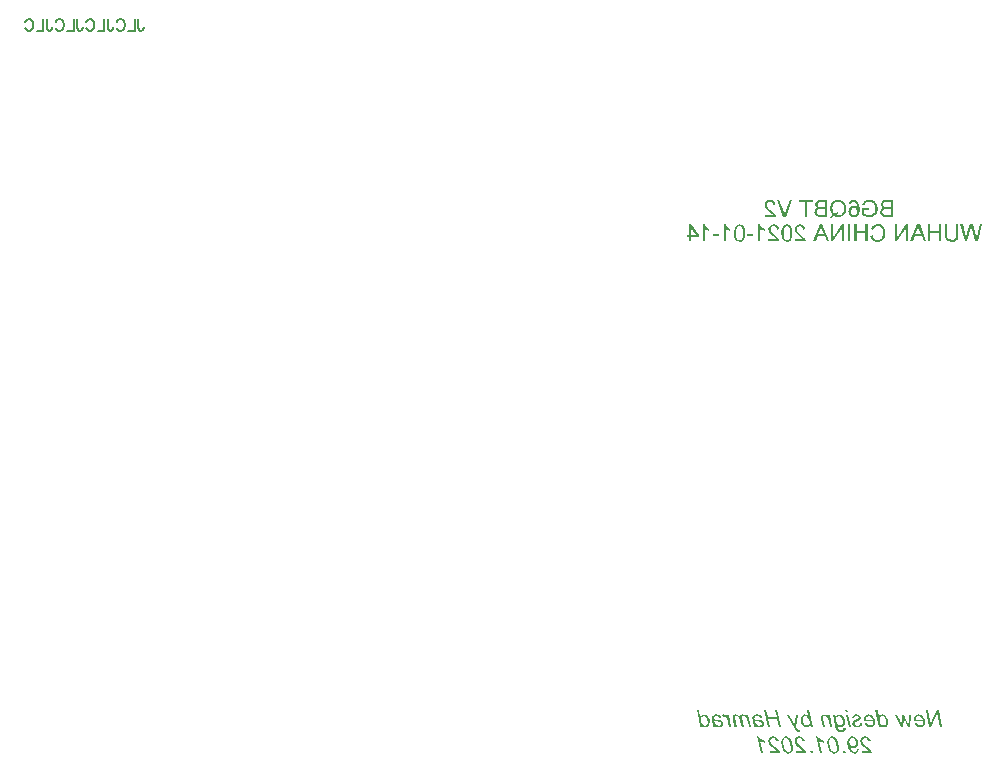
<source format=gbo>
G04 Layer: BottomSilkLayer*
G04 EasyEDA v6.4.17, 2021-03-24T19:41:23+03:00*
G04 2c49bd5f4e4e4d2885fbfcddc53ef99b,9cdda048f1864c1181896bc4b360679f,10*
G04 Gerber Generator version 0.2*
G04 Scale: 100 percent, Rotated: No, Reflected: No *
G04 Dimensions in millimeters *
G04 leading zeros omitted , absolute positions ,4 integer and 5 decimal *
%FSLAX45Y45*%
%MOMM*%

%ADD26C,0.2032*%

%LPD*%
G36*
X21907500Y11259566D02*
G01*
X21897848Y11258956D01*
X21888704Y11257229D01*
X21880068Y11254282D01*
X21871940Y11250168D01*
X21857868Y11238941D01*
X21847556Y11224006D01*
X21843898Y11215217D01*
X21841256Y11205921D01*
X21839682Y11196066D01*
X21839174Y11185652D01*
X21858732Y11185652D01*
X21860205Y11201908D01*
X21864574Y11216132D01*
X21871990Y11227612D01*
X21882100Y11236198D01*
X21894038Y11241532D01*
X21907500Y11243310D01*
X21917609Y11242395D01*
X21926804Y11239703D01*
X21935135Y11235182D01*
X21942552Y11228832D01*
X21948648Y11220704D01*
X21953016Y11210798D01*
X21955658Y11199114D01*
X21956522Y11185652D01*
X21955658Y11172494D01*
X21953118Y11160963D01*
X21948800Y11151006D01*
X21942806Y11142726D01*
X21935440Y11136172D01*
X21927108Y11131499D01*
X21917812Y11128654D01*
X21907500Y11127740D01*
X21902521Y11127994D01*
X21897644Y11128705D01*
X21892971Y11129873D01*
X21888450Y11131550D01*
X21892971Y11134242D01*
X21897594Y11136528D01*
X21902369Y11138306D01*
X21907246Y11139678D01*
X21902420Y11153648D01*
X21887535Y11147806D01*
X21875496Y11139932D01*
X21868180Y11148517D01*
X21862948Y11158982D01*
X21859798Y11171377D01*
X21858732Y11185652D01*
X21839174Y11185652D01*
X21840494Y11168837D01*
X21844508Y11153902D01*
X21851366Y11140643D01*
X21860764Y11129264D01*
X21848114Y11121390D01*
X21836634Y11116056D01*
X21841968Y11102848D01*
X21857462Y11110010D01*
X21872956Y11120374D01*
X21889618Y11113719D01*
X21908008Y11111484D01*
X21926499Y11113820D01*
X21943314Y11120882D01*
X21957284Y11132210D01*
X21967698Y11147298D01*
X21971355Y11156086D01*
X21973997Y11165382D01*
X21975572Y11175238D01*
X21976080Y11185652D01*
X21975572Y11195964D01*
X21973997Y11205819D01*
X21971355Y11215268D01*
X21967698Y11224260D01*
X21957233Y11239500D01*
X21943060Y11250676D01*
X21926296Y11257330D01*
G37*
G36*
X22169120Y11259566D02*
G01*
X22154388Y11258296D01*
X22141180Y11254486D01*
X22135287Y11251692D01*
X22130004Y11248440D01*
X22125381Y11244732D01*
X22121368Y11240516D01*
X22115170Y11230254D01*
X22110700Y11217148D01*
X22127718Y11212322D01*
X22129445Y11217503D01*
X22131426Y11222126D01*
X22133509Y11226139D01*
X22135846Y11229594D01*
X22138386Y11232591D01*
X22141484Y11235232D01*
X22145142Y11237569D01*
X22149308Y11239500D01*
X22153880Y11241176D01*
X22158706Y11242344D01*
X22163786Y11243056D01*
X22169120Y11243310D01*
X22175368Y11243056D01*
X22181210Y11242344D01*
X22186544Y11241176D01*
X22191472Y11239500D01*
X22196044Y11237315D01*
X22200158Y11234877D01*
X22203816Y11232134D01*
X22206966Y11229086D01*
X22209709Y11225733D01*
X22212096Y11222228D01*
X22214179Y11218621D01*
X22215856Y11214862D01*
X22220072Y11201095D01*
X22221444Y11186160D01*
X22219818Y11168430D01*
X22214840Y11153902D01*
X22206712Y11142776D01*
X22195536Y11134852D01*
X22182632Y11130076D01*
X22168866Y11128502D01*
X22162668Y11128806D01*
X22156623Y11129721D01*
X22150628Y11131194D01*
X22144736Y11133328D01*
X22139249Y11135766D01*
X22134474Y11138306D01*
X22130359Y11140846D01*
X22126956Y11143488D01*
X22126956Y11170158D01*
X22169120Y11170158D01*
X22169120Y11186922D01*
X22108414Y11186922D01*
X22108414Y11133836D01*
X22122638Y11124082D01*
X22137370Y11117072D01*
X22152356Y11112906D01*
X22167850Y11111484D01*
X22178162Y11112042D01*
X22187966Y11113770D01*
X22197314Y11116614D01*
X22206204Y11120628D01*
X22214230Y11125606D01*
X22221190Y11131600D01*
X22227184Y11138662D01*
X22232112Y11146790D01*
X22236023Y11155578D01*
X22238766Y11164824D01*
X22240443Y11174628D01*
X22241002Y11184890D01*
X22240443Y11195151D01*
X22238766Y11205108D01*
X22236023Y11214709D01*
X22232112Y11224006D01*
X22227286Y11232438D01*
X22221494Y11239703D01*
X22214738Y11245748D01*
X22206966Y11250676D01*
X22198482Y11254587D01*
X22189389Y11257330D01*
X22179584Y11259007D01*
G37*
G36*
X21328888Y11257788D02*
G01*
X21310396Y11254943D01*
X21296122Y11246358D01*
X21287181Y11233556D01*
X21284184Y11217910D01*
X21284387Y11213642D01*
X21285098Y11209426D01*
X21286165Y11205260D01*
X21287740Y11201146D01*
X21289822Y11196929D01*
X21292464Y11192560D01*
X21295664Y11188141D01*
X21299424Y11183620D01*
X21310193Y11172748D01*
X21326348Y11158474D01*
X21339454Y11147247D01*
X21346668Y11140440D01*
X21350884Y11135614D01*
X21354288Y11130788D01*
X21283930Y11130788D01*
X21283930Y11114024D01*
X21378672Y11114024D01*
X21378621Y11117173D01*
X21378316Y11120272D01*
X21377605Y11123269D01*
X21376640Y11126216D01*
X21374506Y11131042D01*
X21371814Y11135817D01*
X21368664Y11140541D01*
X21364956Y11145266D01*
X21355304Y11155375D01*
X21331326Y11176000D01*
X21322487Y11184128D01*
X21315476Y11191240D01*
X21310346Y11197336D01*
X21306790Y11202822D01*
X21304250Y11208207D01*
X21302726Y11213388D01*
X21302218Y11218418D01*
X21302675Y11223396D01*
X21304097Y11228019D01*
X21306485Y11232184D01*
X21309838Y11235944D01*
X21313800Y11239042D01*
X21318372Y11241278D01*
X21323452Y11242598D01*
X21329142Y11243056D01*
X21335187Y11242598D01*
X21340572Y11241176D01*
X21345347Y11238788D01*
X21349462Y11235436D01*
X21352814Y11231372D01*
X21355253Y11226495D01*
X21356726Y11220805D01*
X21357336Y11214354D01*
X21375370Y11216386D01*
X21370848Y11234115D01*
X21361400Y11247120D01*
X21347176Y11255146D01*
G37*
G36*
X22037040Y11257788D02*
G01*
X22021749Y11255400D01*
X22009354Y11248136D01*
X22000768Y11236909D01*
X21996400Y11221974D01*
X22013926Y11220704D01*
X22015196Y11225530D01*
X22016720Y11229644D01*
X22018498Y11233048D01*
X22020530Y11235690D01*
X22024289Y11239042D01*
X22028454Y11241430D01*
X22033077Y11242852D01*
X22038056Y11243310D01*
X22042221Y11243005D01*
X22046133Y11242090D01*
X22049740Y11240617D01*
X22053042Y11238484D01*
X22056902Y11235182D01*
X22060357Y11231168D01*
X22063354Y11226444D01*
X22065996Y11220958D01*
X22069704Y11206784D01*
X22071076Y11187684D01*
X22067723Y11192306D01*
X22064014Y11196269D01*
X22060001Y11199520D01*
X22055582Y11202162D01*
X22050857Y11204143D01*
X22046082Y11205565D01*
X22041205Y11206429D01*
X22036278Y11206734D01*
X22020022Y11203584D01*
X22006306Y11194034D01*
X22000870Y11187074D01*
X21996958Y11179200D01*
X21994622Y11170310D01*
X21993860Y11160506D01*
X21993975Y11159490D01*
X22011894Y11159490D01*
X22013875Y11172698D01*
X22019768Y11182858D01*
X22023984Y11186515D01*
X22028708Y11189157D01*
X22033992Y11190732D01*
X22039834Y11191240D01*
X22045574Y11190732D01*
X22050806Y11189157D01*
X22055582Y11186515D01*
X22059900Y11182858D01*
X22066199Y11172901D01*
X22068282Y11160252D01*
X22068028Y11155832D01*
X22067316Y11151514D01*
X22066148Y11147196D01*
X22064472Y11142980D01*
X22062338Y11139068D01*
X22059849Y11135614D01*
X22056902Y11132667D01*
X22053550Y11130280D01*
X22050095Y11128400D01*
X22046488Y11127028D01*
X22042831Y11126216D01*
X22039072Y11125962D01*
X22033687Y11126520D01*
X22028708Y11128197D01*
X22024187Y11130940D01*
X22020022Y11134852D01*
X22013926Y11145570D01*
X22011894Y11159490D01*
X21993975Y11159490D01*
X21995333Y11147501D01*
X21999702Y11135360D01*
X22002902Y11129975D01*
X22006610Y11125200D01*
X22010878Y11121085D01*
X22015704Y11117580D01*
X22020936Y11114887D01*
X22026575Y11113008D01*
X22032518Y11111839D01*
X22038818Y11111484D01*
X22049232Y11112500D01*
X22058680Y11115548D01*
X22067164Y11120628D01*
X22074632Y11127740D01*
X22080626Y11137087D01*
X22084944Y11149076D01*
X22087484Y11163757D01*
X22088348Y11181080D01*
X22087941Y11194237D01*
X22086671Y11206175D01*
X22084538Y11216843D01*
X22081591Y11226241D01*
X22077781Y11234369D01*
X22073108Y11241278D01*
X22065792Y11248491D01*
X22057360Y11253673D01*
X22047758Y11256772D01*
G37*
G36*
X21386292Y11257026D02*
G01*
X21442172Y11114024D01*
X21461730Y11114024D01*
X21517102Y11257026D01*
X21496782Y11257026D01*
X21457259Y11146993D01*
X21451824Y11129772D01*
X21448268Y11141456D01*
X21444204Y11153140D01*
X21405596Y11257026D01*
G37*
G36*
X21577554Y11257026D02*
G01*
X21577554Y11240262D01*
X21625052Y11240262D01*
X21625052Y11114024D01*
X21643848Y11114024D01*
X21643848Y11240262D01*
X21691092Y11240262D01*
X21691092Y11257026D01*
G37*
G36*
X21760942Y11257026D02*
G01*
X21746108Y11255959D01*
X21734526Y11252708D01*
X21729852Y11250269D01*
X21725686Y11247272D01*
X21722080Y11243665D01*
X21719032Y11239500D01*
X21716593Y11234877D01*
X21714866Y11230152D01*
X21713799Y11225377D01*
X21713444Y11220450D01*
X21713598Y11218164D01*
X21731986Y11218164D01*
X21732189Y11221720D01*
X21732900Y11225022D01*
X21733967Y11228070D01*
X21735542Y11230864D01*
X21737370Y11233302D01*
X21739606Y11235385D01*
X21742196Y11237010D01*
X21745194Y11238230D01*
X21748953Y11239093D01*
X21753830Y11239754D01*
X21759875Y11240160D01*
X21795486Y11240262D01*
X21795486Y11197082D01*
X21758859Y11197183D01*
X21749715Y11197945D01*
X21746464Y11198606D01*
X21743111Y11199926D01*
X21740266Y11201552D01*
X21737777Y11203482D01*
X21735796Y11205718D01*
X21734119Y11208410D01*
X21732951Y11211356D01*
X21732240Y11214608D01*
X21731986Y11218164D01*
X21713598Y11218164D01*
X21713748Y11215928D01*
X21714663Y11211560D01*
X21716136Y11207292D01*
X21718270Y11203178D01*
X21721114Y11199317D01*
X21724620Y11195862D01*
X21728734Y11192865D01*
X21733510Y11190224D01*
X21727312Y11187988D01*
X21721876Y11185093D01*
X21717254Y11181486D01*
X21713444Y11177270D01*
X21710345Y11172393D01*
X21708110Y11167110D01*
X21706789Y11161471D01*
X21706332Y11155426D01*
X21726144Y11155426D01*
X21726398Y11159337D01*
X21727160Y11162995D01*
X21728430Y11166348D01*
X21730208Y11169396D01*
X21732443Y11172088D01*
X21735084Y11174425D01*
X21738183Y11176304D01*
X21741638Y11177778D01*
X21745600Y11178794D01*
X21750426Y11179505D01*
X21756014Y11179911D01*
X21762466Y11180064D01*
X21795486Y11180064D01*
X21795486Y11130788D01*
X21755709Y11130838D01*
X21749207Y11131194D01*
X21743924Y11132261D01*
X21741079Y11133124D01*
X21736050Y11135360D01*
X21733967Y11136934D01*
X21732138Y11138814D01*
X21730411Y11140998D01*
X21728938Y11143488D01*
X21727718Y11146129D01*
X21726855Y11149025D01*
X21726296Y11152124D01*
X21726144Y11155426D01*
X21706332Y11155426D01*
X21706586Y11150549D01*
X21707398Y11145824D01*
X21708770Y11141303D01*
X21710650Y11136884D01*
X21712936Y11132820D01*
X21715425Y11129213D01*
X21718117Y11126063D01*
X21721064Y11123422D01*
X21724416Y11121237D01*
X21728176Y11119358D01*
X21732290Y11117732D01*
X21736812Y11116310D01*
X21741790Y11115294D01*
X21747276Y11114582D01*
X21753322Y11114176D01*
X21759926Y11114024D01*
X21814536Y11114024D01*
X21814536Y11257026D01*
G37*
G36*
X22316694Y11257026D02*
G01*
X22301860Y11255959D01*
X22290278Y11252708D01*
X22285604Y11250269D01*
X22281438Y11247272D01*
X22277832Y11243665D01*
X22274784Y11239500D01*
X22272345Y11234877D01*
X22270618Y11230152D01*
X22269551Y11225377D01*
X22269196Y11220450D01*
X22269350Y11218164D01*
X22287738Y11218164D01*
X22287941Y11221720D01*
X22288652Y11225022D01*
X22289719Y11228070D01*
X22291294Y11230864D01*
X22293122Y11233302D01*
X22295358Y11235385D01*
X22297948Y11237010D01*
X22300946Y11238230D01*
X22304705Y11239093D01*
X22309582Y11239754D01*
X22315627Y11240160D01*
X22351238Y11240262D01*
X22351238Y11197082D01*
X22314611Y11197183D01*
X22305467Y11197945D01*
X22302216Y11198606D01*
X22298863Y11199926D01*
X22296018Y11201552D01*
X22293529Y11203482D01*
X22291548Y11205718D01*
X22289871Y11208410D01*
X22288703Y11211356D01*
X22287992Y11214608D01*
X22287738Y11218164D01*
X22269350Y11218164D01*
X22269500Y11215928D01*
X22270415Y11211560D01*
X22271888Y11207292D01*
X22274022Y11203178D01*
X22276866Y11199317D01*
X22280372Y11195862D01*
X22284486Y11192865D01*
X22289262Y11190224D01*
X22283064Y11187988D01*
X22277628Y11185093D01*
X22273006Y11181486D01*
X22269196Y11177270D01*
X22266097Y11172393D01*
X22263862Y11167110D01*
X22262541Y11161471D01*
X22262084Y11155426D01*
X22281896Y11155426D01*
X22282150Y11159337D01*
X22282912Y11162995D01*
X22284182Y11166348D01*
X22285960Y11169396D01*
X22288195Y11172088D01*
X22290836Y11174425D01*
X22293935Y11176304D01*
X22297390Y11177778D01*
X22301352Y11178794D01*
X22306178Y11179505D01*
X22311766Y11179911D01*
X22318218Y11180064D01*
X22351238Y11180064D01*
X22351238Y11130788D01*
X22311461Y11130838D01*
X22304959Y11131194D01*
X22299676Y11132261D01*
X22296831Y11133124D01*
X22291802Y11135360D01*
X22289719Y11136934D01*
X22287890Y11138814D01*
X22286163Y11140998D01*
X22284690Y11143488D01*
X22283470Y11146129D01*
X22282607Y11149025D01*
X22282048Y11152124D01*
X22281896Y11155426D01*
X22262084Y11155426D01*
X22262338Y11150549D01*
X22263150Y11145824D01*
X22264522Y11141303D01*
X22266402Y11136884D01*
X22268688Y11132820D01*
X22271228Y11129213D01*
X22274022Y11126063D01*
X22277070Y11123422D01*
X22280321Y11121237D01*
X22283978Y11119358D01*
X22288093Y11117732D01*
X22292564Y11116310D01*
X22297542Y11115294D01*
X22303028Y11114582D01*
X22309074Y11114176D01*
X22315678Y11114024D01*
X22370288Y11114024D01*
X22370288Y11257026D01*
G37*
G36*
X22239478Y11051540D02*
G01*
X22229114Y11050879D01*
X22219615Y11048796D01*
X22210928Y11045393D01*
X22203156Y11040618D01*
X22196450Y11034623D01*
X22190862Y11027460D01*
X22186290Y11019231D01*
X22182836Y11009884D01*
X22201378Y11005566D01*
X22207524Y11018977D01*
X22215856Y11028172D01*
X22226625Y11033506D01*
X22239732Y11035284D01*
X22254921Y11033302D01*
X22267418Y11027410D01*
X22276765Y11018215D01*
X22282912Y11006328D01*
X22286366Y10992662D01*
X22287484Y10978642D01*
X22286163Y10961573D01*
X22282150Y10946892D01*
X22275342Y10934954D01*
X22265640Y10926572D01*
X22253854Y10921441D01*
X22241256Y10919714D01*
X22226524Y10922000D01*
X22214332Y10928858D01*
X22204984Y10940288D01*
X22199346Y10956290D01*
X22180296Y10951464D01*
X22183953Y10940491D01*
X22188728Y10930890D01*
X22194723Y10922711D01*
X22201886Y10915904D01*
X22210064Y10910468D01*
X22219107Y10906556D01*
X22228962Y10904220D01*
X22239732Y10903458D01*
X22250755Y10904067D01*
X22260712Y10905794D01*
X22269551Y10908741D01*
X22277324Y10912856D01*
X22290074Y10924540D01*
X22299422Y10940288D01*
X22302774Y10949330D01*
X22305162Y10958779D01*
X22306584Y10968532D01*
X22307042Y10978642D01*
X22306483Y10989462D01*
X22304908Y10999622D01*
X22302165Y11009020D01*
X22298406Y11017758D01*
X22287992Y11032286D01*
X22274022Y11042904D01*
X22257512Y11049406D01*
G37*
G36*
X20763992Y11049762D02*
G01*
X20763992Y10905998D01*
X20781518Y10905998D01*
X20781518Y11018012D01*
X20784972Y11014964D01*
X20788884Y11011916D01*
X20798282Y11005820D01*
X20807984Y11000486D01*
X20816824Y10996676D01*
X20816824Y11013694D01*
X20803006Y11021517D01*
X20790916Y11030712D01*
X20785836Y11035538D01*
X20781568Y11040313D01*
X20778114Y11045037D01*
X20775422Y11049762D01*
G37*
G36*
X20941792Y11049762D02*
G01*
X20941792Y10905998D01*
X20959318Y10905998D01*
X20959318Y11018012D01*
X20962772Y11014964D01*
X20966684Y11011916D01*
X20976082Y11005820D01*
X20985784Y11000486D01*
X20994624Y10996676D01*
X20994624Y11013694D01*
X20980806Y11021517D01*
X20968716Y11030712D01*
X20963636Y11035538D01*
X20959368Y11040313D01*
X20955914Y11045037D01*
X20953222Y11049762D01*
G37*
G36*
X21072602Y11049762D02*
G01*
X21067064Y11049457D01*
X21061781Y11048644D01*
X21056904Y11047171D01*
X21052282Y11045190D01*
X21048167Y11042548D01*
X21044408Y11039398D01*
X21041055Y11035792D01*
X21038058Y11031728D01*
X21035416Y11027156D01*
X21033028Y11022076D01*
X21030946Y11016488D01*
X21029168Y11010392D01*
X21026678Y10995710D01*
X21025866Y10976610D01*
X21043900Y10976610D01*
X21044408Y10992764D01*
X21045982Y11006023D01*
X21048624Y11016284D01*
X21052282Y11023600D01*
X21061476Y11032388D01*
X21072856Y11035284D01*
X21078545Y11034623D01*
X21083676Y11032693D01*
X21088197Y11029442D01*
X21092160Y11024870D01*
X21096173Y11016996D01*
X21099018Y11006328D01*
X21100745Y10992866D01*
X21101304Y10976610D01*
X21100796Y10960455D01*
X21099221Y10947196D01*
X21096579Y10936935D01*
X21092922Y10929620D01*
X21083778Y10920882D01*
X21072602Y10917936D01*
X21061426Y10920882D01*
X21052282Y10929620D01*
X21048624Y10936935D01*
X21045982Y10947196D01*
X21044408Y10960455D01*
X21043900Y10976610D01*
X21025866Y10976610D01*
X21026221Y10964621D01*
X21027186Y10953902D01*
X21028863Y10944301D01*
X21031200Y10935970D01*
X21037550Y10922254D01*
X21046440Y10912094D01*
X21058174Y10905642D01*
X21072602Y10903458D01*
X21082355Y10904372D01*
X21091042Y10907217D01*
X21098611Y10911890D01*
X21105114Y10918444D01*
X21111311Y10928756D01*
X21115782Y10941862D01*
X21118474Y10957814D01*
X21119338Y10976610D01*
X21118982Y10988700D01*
X21118017Y10999520D01*
X21116340Y11009122D01*
X21114004Y11017504D01*
X21107603Y11031220D01*
X21098510Y11041380D01*
X21086826Y11047679D01*
G37*
G36*
X21230844Y11049762D02*
G01*
X21230844Y10905998D01*
X21248370Y10905998D01*
X21248370Y11018012D01*
X21251824Y11014964D01*
X21255736Y11011916D01*
X21265134Y11005820D01*
X21274836Y11000486D01*
X21283676Y10996676D01*
X21283676Y11013694D01*
X21269858Y11021517D01*
X21257768Y11030712D01*
X21252688Y11035538D01*
X21248420Y11040313D01*
X21244966Y11045037D01*
X21242274Y11049762D01*
G37*
G36*
X21360892Y11049762D02*
G01*
X21342299Y11046917D01*
X21328126Y11038332D01*
X21319185Y11025530D01*
X21316188Y11009884D01*
X21316391Y11005718D01*
X21317102Y11001502D01*
X21318169Y10997336D01*
X21319744Y10993120D01*
X21321725Y10988903D01*
X21324316Y10984534D01*
X21327567Y10980115D01*
X21331428Y10975594D01*
X21342248Y10964722D01*
X21358352Y10950448D01*
X21371458Y10939322D01*
X21378672Y10932414D01*
X21382786Y10927588D01*
X21386038Y10922762D01*
X21315934Y10922762D01*
X21315934Y10905998D01*
X21410676Y10905998D01*
X21410574Y10909147D01*
X21409558Y10915243D01*
X21408644Y10918190D01*
X21406510Y10923016D01*
X21403818Y10927791D01*
X21400668Y10932515D01*
X21396960Y10937240D01*
X21387257Y10947349D01*
X21363228Y10967974D01*
X21354440Y10976102D01*
X21347480Y10983214D01*
X21342350Y10989310D01*
X21338794Y10994796D01*
X21336254Y11000181D01*
X21334730Y11005362D01*
X21334222Y11010392D01*
X21334679Y11015370D01*
X21336050Y11019993D01*
X21338387Y11024158D01*
X21341588Y11027918D01*
X21345652Y11031118D01*
X21350274Y11033455D01*
X21355456Y11034826D01*
X21361146Y11035284D01*
X21367191Y11034826D01*
X21372576Y11033404D01*
X21377351Y11031016D01*
X21381466Y11027664D01*
X21384818Y11023498D01*
X21387206Y11018570D01*
X21388628Y11012932D01*
X21389086Y11006582D01*
X21407374Y11008360D01*
X21402852Y11026089D01*
X21393404Y11039094D01*
X21379180Y11047120D01*
G37*
G36*
X21472906Y11049762D02*
G01*
X21467368Y11049457D01*
X21462136Y11048644D01*
X21457208Y11047171D01*
X21452586Y11045190D01*
X21448471Y11042548D01*
X21444712Y11039398D01*
X21441359Y11035792D01*
X21438362Y11031728D01*
X21435618Y11027156D01*
X21433231Y11022076D01*
X21431148Y11016488D01*
X21429472Y11010392D01*
X21426982Y10995710D01*
X21426170Y10976610D01*
X21444204Y10976610D01*
X21444712Y10992764D01*
X21446286Y11006023D01*
X21448928Y11016284D01*
X21452586Y11023600D01*
X21461780Y11032388D01*
X21473160Y11035284D01*
X21478849Y11034623D01*
X21483929Y11032693D01*
X21488501Y11029442D01*
X21492464Y11024870D01*
X21496477Y11016996D01*
X21499322Y11006328D01*
X21501049Y10992866D01*
X21501608Y10976610D01*
X21501100Y10960455D01*
X21499525Y10947196D01*
X21496883Y10936935D01*
X21493226Y10929620D01*
X21484082Y10920882D01*
X21472906Y10917936D01*
X21461730Y10920882D01*
X21452586Y10929620D01*
X21448928Y10936935D01*
X21446286Y10947196D01*
X21444712Y10960455D01*
X21444204Y10976610D01*
X21426170Y10976610D01*
X21426474Y10964621D01*
X21427440Y10953902D01*
X21429014Y10944301D01*
X21431250Y10935970D01*
X21437803Y10922254D01*
X21446744Y10912094D01*
X21458478Y10905642D01*
X21472906Y10903458D01*
X21482659Y10904372D01*
X21491346Y10907217D01*
X21498915Y10911890D01*
X21505418Y10918444D01*
X21511666Y10928756D01*
X21516086Y10941862D01*
X21518727Y10957814D01*
X21519642Y10976610D01*
X21519286Y10988700D01*
X21518321Y10999520D01*
X21516644Y11009122D01*
X21514308Y11017504D01*
X21507907Y11031220D01*
X21498814Y11041380D01*
X21487130Y11047679D01*
G37*
G36*
X21583142Y11049762D02*
G01*
X21564701Y11046917D01*
X21550630Y11038332D01*
X21541689Y11025530D01*
X21538692Y11009884D01*
X21538895Y11005718D01*
X21539504Y11001502D01*
X21540571Y10997336D01*
X21541994Y10993120D01*
X21544076Y10988903D01*
X21546718Y10984534D01*
X21549918Y10980115D01*
X21553678Y10975594D01*
X21564650Y10964722D01*
X21593810Y10939322D01*
X21601176Y10932414D01*
X21605290Y10927588D01*
X21608542Y10922762D01*
X21538438Y10922762D01*
X21538438Y10905998D01*
X21632926Y10905998D01*
X21632875Y10909147D01*
X21632570Y10912246D01*
X21631859Y10915243D01*
X21630894Y10918190D01*
X21628862Y10923016D01*
X21626271Y10927791D01*
X21623121Y10932515D01*
X21619464Y10937240D01*
X21609608Y10947349D01*
X21585631Y10967974D01*
X21576792Y10976102D01*
X21569883Y10983214D01*
X21564854Y10989310D01*
X21561298Y10994796D01*
X21558758Y11000181D01*
X21557234Y11005362D01*
X21556726Y11010392D01*
X21557183Y11015370D01*
X21558554Y11019993D01*
X21560891Y11024158D01*
X21564092Y11027918D01*
X21568156Y11031118D01*
X21572778Y11033455D01*
X21577960Y11034826D01*
X21583650Y11035284D01*
X21589695Y11034826D01*
X21595080Y11033404D01*
X21599855Y11031016D01*
X21603970Y11027664D01*
X21607322Y11023498D01*
X21609710Y11018570D01*
X21611132Y11012932D01*
X21611590Y11006582D01*
X21629624Y11008360D01*
X21625255Y11026089D01*
X21615654Y11039094D01*
X21601582Y11047120D01*
G37*
G36*
X20645120Y11049254D02*
G01*
X20645120Y11020806D01*
X20662646Y11020806D01*
X20707350Y10956290D01*
X20662646Y10956290D01*
X20662646Y11020806D01*
X20645120Y11020806D01*
X20645120Y10956290D01*
X20625816Y10956290D01*
X20625816Y10940288D01*
X20645120Y10940288D01*
X20645120Y10905998D01*
X20662646Y10905998D01*
X20662646Y10940288D01*
X20724622Y10940288D01*
X20724622Y10956290D01*
X20659344Y11049254D01*
G37*
G36*
X21753068Y11049254D02*
G01*
X21718425Y10964672D01*
X21738590Y10964672D01*
X21759316Y11020856D01*
X21763482Y11034014D01*
X21766834Y11020348D01*
X21771356Y11006836D01*
X21787104Y10964672D01*
X21718425Y10964672D01*
X21694394Y10905998D01*
X21715984Y10905998D01*
X21732748Y10949432D01*
X21792438Y10949432D01*
X21808186Y10905998D01*
X21828252Y10905998D01*
X21773388Y11049254D01*
G37*
G36*
X21844508Y11049254D02*
G01*
X21844508Y10905998D01*
X21863812Y10905998D01*
X21938996Y11018520D01*
X21938996Y10905998D01*
X21957284Y10905998D01*
X21957284Y11049254D01*
X21937726Y11049254D01*
X21862542Y10936732D01*
X21862542Y11049254D01*
G37*
G36*
X21990558Y11049254D02*
G01*
X21990558Y10905998D01*
X22009354Y10905998D01*
X22009354Y11049254D01*
G37*
G36*
X22044152Y11049254D02*
G01*
X22044152Y10905998D01*
X22063202Y10905998D01*
X22063202Y10973562D01*
X22137624Y10973562D01*
X22137624Y10905998D01*
X22156420Y10905998D01*
X22156420Y11049254D01*
X22137624Y11049254D01*
X22137624Y10990326D01*
X22063202Y10990326D01*
X22063202Y11049254D01*
G37*
G36*
X22388830Y11049254D02*
G01*
X22388830Y10905998D01*
X22408388Y10905998D01*
X22483572Y11018520D01*
X22483572Y10905998D01*
X22501606Y10905998D01*
X22501606Y11049254D01*
X22482302Y11049254D01*
X22407118Y10936732D01*
X22407118Y11049254D01*
G37*
G36*
X22575266Y11049254D02*
G01*
X22540623Y10964672D01*
X22560788Y10964672D01*
X22575774Y11004296D01*
X22581768Y11020856D01*
X22585934Y11034014D01*
X22589134Y11020348D01*
X22593554Y11006836D01*
X22609302Y10964672D01*
X22540623Y10964672D01*
X22516592Y10905998D01*
X22538182Y10905998D01*
X22554946Y10949432D01*
X22614890Y10949432D01*
X22630384Y10905998D01*
X22650704Y10905998D01*
X22595586Y11049254D01*
G37*
G36*
X22666452Y11049254D02*
G01*
X22666452Y10905998D01*
X22685502Y10905998D01*
X22685502Y10973562D01*
X22759670Y10973562D01*
X22759670Y10905998D01*
X22778720Y10905998D01*
X22778720Y11049254D01*
X22759670Y11049254D01*
X22759670Y10990326D01*
X22685502Y10990326D01*
X22685502Y11049254D01*
G37*
G36*
X22810978Y11049254D02*
G01*
X22810978Y10966450D01*
X22812197Y10947095D01*
X22815804Y10932160D01*
X22822611Y10920679D01*
X22833330Y10911586D01*
X22848062Y10905490D01*
X22866858Y10903458D01*
X22885095Y10905236D01*
X22899624Y10910570D01*
X22910647Y10919002D01*
X22917912Y10930636D01*
X22922077Y10946079D01*
X22923500Y10966450D01*
X22923500Y11049254D01*
X22904450Y11049254D01*
X22904450Y10966450D01*
X22903637Y10950346D01*
X22901148Y10939018D01*
X22899065Y10934852D01*
X22896372Y10931144D01*
X22893121Y10927994D01*
X22889210Y10925302D01*
X22884688Y10923320D01*
X22879710Y10921898D01*
X22874274Y10921034D01*
X22868382Y10920730D01*
X22850551Y10923066D01*
X22838664Y10930128D01*
X22834752Y10935919D01*
X22832009Y10943894D01*
X22830332Y10954105D01*
X22829774Y10966450D01*
X22829774Y11049254D01*
G37*
G36*
X22941534Y11049254D02*
G01*
X22980650Y10905998D01*
X22998938Y10905998D01*
X23033736Y11031982D01*
X23035768Y11022787D01*
X23037800Y11014964D01*
X23068280Y10905998D01*
X23087584Y10905998D01*
X23125430Y11049254D01*
X23106126Y11049254D01*
X23080980Y10940592D01*
X23078186Y10926064D01*
X23071836Y10952480D01*
X23044658Y11049254D01*
X23021798Y11049254D01*
X23001224Y10976610D01*
X22997668Y10963351D01*
X22994620Y10950498D01*
X22992080Y10938103D01*
X22990048Y10926064D01*
X22986898Y10940542D01*
X22960584Y11049254D01*
G37*
G36*
X20844764Y10966704D02*
G01*
X20844764Y10948924D01*
X20898866Y10948924D01*
X20898866Y10966704D01*
G37*
G36*
X21133816Y10966704D02*
G01*
X21133816Y10948924D01*
X21187918Y10948924D01*
X21187918Y10966704D01*
G37*
G36*
X20710906Y6938264D02*
G01*
X20727082Y6860286D01*
X20745704Y6860286D01*
X20746110Y6866178D01*
X20747278Y6871360D01*
X20749260Y6875830D01*
X20752054Y6879590D01*
X20755457Y6882587D01*
X20759318Y6884720D01*
X20763585Y6886041D01*
X20768310Y6886448D01*
X20771408Y6886295D01*
X20774355Y6885736D01*
X20777098Y6884873D01*
X20779740Y6883653D01*
X20782381Y6882028D01*
X20785023Y6879844D01*
X20787614Y6877202D01*
X20790154Y6874002D01*
X20792592Y6870344D01*
X20794878Y6866280D01*
X20796910Y6861708D01*
X20798790Y6856730D01*
X20800364Y6851700D01*
X20801431Y6846976D01*
X20802142Y6842556D01*
X20802346Y6838442D01*
X20802244Y6833260D01*
X20801838Y6828739D01*
X20801177Y6824776D01*
X20800314Y6821424D01*
X20798993Y6818375D01*
X20797316Y6815632D01*
X20795335Y6813194D01*
X20792948Y6811009D01*
X20790154Y6809130D01*
X20787156Y6807758D01*
X20783956Y6806946D01*
X20780502Y6806692D01*
X20769072Y6809892D01*
X20758658Y6819392D01*
X20752968Y6828129D01*
X20748955Y6837883D01*
X20746516Y6848602D01*
X20745704Y6860286D01*
X20727082Y6860286D01*
X20740624Y6795008D01*
X20757134Y6795008D01*
X20753832Y6809994D01*
X20761553Y6802424D01*
X20769376Y6797040D01*
X20777403Y6793788D01*
X20785582Y6792722D01*
X20799094Y6795465D01*
X20810220Y6803644D01*
X20817433Y6816852D01*
X20819872Y6835140D01*
X20817992Y6853326D01*
X20812252Y6869684D01*
X20803412Y6883450D01*
X20792694Y6893306D01*
X20781010Y6899046D01*
X20769326Y6900925D01*
X20760283Y6899757D01*
X20752358Y6896303D01*
X20745653Y6890512D01*
X20740116Y6882384D01*
X20728432Y6938264D01*
G37*
G36*
X21279866Y6938264D02*
G01*
X21309584Y6795008D01*
X21328888Y6795008D01*
X21314664Y6862572D01*
X21388832Y6862572D01*
X21403056Y6795008D01*
X21422106Y6795008D01*
X21392134Y6938264D01*
X21373084Y6938264D01*
X21385530Y6878574D01*
X21311362Y6878574D01*
X21298916Y6938264D01*
G37*
G36*
X21643086Y6938264D02*
G01*
X21653754Y6886956D01*
X21649639Y6890512D01*
X21645727Y6893509D01*
X21642019Y6895947D01*
X21638514Y6897878D01*
X21635059Y6899198D01*
X21631554Y6900164D01*
X21627947Y6900722D01*
X21624290Y6900925D01*
X21611031Y6898284D01*
X21600160Y6890258D01*
X21592743Y6876948D01*
X21590323Y6859270D01*
X21607780Y6859270D01*
X21608186Y6865416D01*
X21609354Y6870852D01*
X21611336Y6875576D01*
X21614130Y6879590D01*
X21617381Y6882688D01*
X21621038Y6884924D01*
X21625153Y6886244D01*
X21629624Y6886702D01*
X21634348Y6886244D01*
X21638818Y6884873D01*
X21643086Y6882536D01*
X21647150Y6879336D01*
X21654566Y6869988D01*
X21660612Y6856730D01*
X21662390Y6851243D01*
X21663660Y6846265D01*
X21664422Y6841744D01*
X21664676Y6834124D01*
X21664269Y6827926D01*
X21663101Y6822490D01*
X21661120Y6817868D01*
X21658326Y6814058D01*
X21654973Y6811060D01*
X21651214Y6808927D01*
X21647099Y6807606D01*
X21642578Y6807200D01*
X21638006Y6807606D01*
X21633637Y6808774D01*
X21629471Y6810756D01*
X21625560Y6813550D01*
X21621800Y6817309D01*
X21618397Y6821931D01*
X21615298Y6827469D01*
X21612606Y6833870D01*
X21608999Y6847078D01*
X21607780Y6859270D01*
X21590323Y6859270D01*
X21591270Y6845452D01*
X21594318Y6833362D01*
X21596350Y6827875D01*
X21598636Y6822897D01*
X21601176Y6818375D01*
X21606814Y6810603D01*
X21609761Y6807250D01*
X21612758Y6804355D01*
X21618956Y6799732D01*
X21622054Y6797852D01*
X21625204Y6796278D01*
X21628354Y6795008D01*
X21631605Y6793992D01*
X21634754Y6793280D01*
X21640800Y6792722D01*
X21645727Y6793077D01*
X21650401Y6794042D01*
X21654770Y6795719D01*
X21658834Y6798056D01*
X21662542Y6801103D01*
X21665844Y6804863D01*
X21668638Y6809333D01*
X21671026Y6814566D01*
X21675090Y6795008D01*
X21690838Y6795008D01*
X21660866Y6938264D01*
G37*
G36*
X21966428Y6938264D02*
G01*
X21970492Y6918198D01*
X21988018Y6918198D01*
X21983954Y6938264D01*
G37*
G36*
X22222714Y6938264D02*
G01*
X22238890Y6860286D01*
X22257512Y6860286D01*
X22257918Y6866178D01*
X22259086Y6871360D01*
X22261068Y6875830D01*
X22263862Y6879590D01*
X22267265Y6882587D01*
X22271126Y6884720D01*
X22275393Y6886041D01*
X22280118Y6886448D01*
X22283216Y6886295D01*
X22286163Y6885736D01*
X22288906Y6884873D01*
X22291548Y6883653D01*
X22294189Y6882028D01*
X22296831Y6879844D01*
X22299422Y6877202D01*
X22301962Y6874002D01*
X22304400Y6870344D01*
X22306635Y6866280D01*
X22308718Y6861708D01*
X22310598Y6856730D01*
X22312172Y6851700D01*
X22313239Y6846976D01*
X22313950Y6842556D01*
X22314154Y6838442D01*
X22314052Y6833260D01*
X22313646Y6828739D01*
X22312985Y6824776D01*
X22312122Y6821424D01*
X22310801Y6818375D01*
X22309124Y6815632D01*
X22307143Y6813194D01*
X22304756Y6811009D01*
X22301962Y6809130D01*
X22298964Y6807758D01*
X22295764Y6806946D01*
X22292310Y6806692D01*
X22280880Y6809892D01*
X22270466Y6819392D01*
X22264776Y6828129D01*
X22260763Y6837883D01*
X22258324Y6848602D01*
X22257512Y6860286D01*
X22238890Y6860286D01*
X22252432Y6795008D01*
X22268942Y6795008D01*
X22265640Y6809994D01*
X22273361Y6802424D01*
X22281184Y6797040D01*
X22289211Y6793788D01*
X22297390Y6792722D01*
X22310902Y6795465D01*
X22322028Y6803644D01*
X22329292Y6816852D01*
X22331680Y6835140D01*
X22329800Y6853326D01*
X22324060Y6869684D01*
X22315220Y6883450D01*
X22304502Y6893306D01*
X22292818Y6899046D01*
X22281134Y6900925D01*
X22272091Y6899757D01*
X22264166Y6896303D01*
X22257461Y6890512D01*
X22251924Y6882384D01*
X22240240Y6938264D01*
G37*
G36*
X22646640Y6938264D02*
G01*
X22676358Y6795008D01*
X22695408Y6795008D01*
X22735438Y6888378D01*
X22742804Y6907580D01*
X22745700Y6916166D01*
X22747884Y6900621D01*
X22751288Y6881875D01*
X22769576Y6795008D01*
X22788118Y6795008D01*
X22758146Y6938264D01*
X22739604Y6938264D01*
X22710292Y6872579D01*
X22701504Y6851903D01*
X22697948Y6843014D01*
X22694087Y6831584D01*
X22689566Y6816598D01*
X22686467Y6834936D01*
X22682708Y6853936D01*
X22665182Y6938264D01*
G37*
G36*
X20875498Y6900925D02*
G01*
X20858226Y6898640D01*
X20845018Y6891781D01*
X20841258Y6888124D01*
X20838566Y6883908D01*
X20836940Y6879234D01*
X20836382Y6874002D01*
X20836534Y6869785D01*
X20837804Y6860235D01*
X20840510Y6847586D01*
X20858480Y6847586D01*
X20862442Y6846265D01*
X20866608Y6845300D01*
X20880832Y6843522D01*
X20887893Y6842861D01*
X20898713Y6841185D01*
X20902422Y6840220D01*
X20905419Y6838950D01*
X20908010Y6837375D01*
X20910245Y6835495D01*
X20912074Y6833362D01*
X20913496Y6831025D01*
X20914563Y6828536D01*
X20915172Y6825945D01*
X20915376Y6823202D01*
X20915071Y6819696D01*
X20914106Y6816496D01*
X20912531Y6813600D01*
X20910296Y6811009D01*
X20907400Y6809028D01*
X20903946Y6807606D01*
X20900034Y6806742D01*
X20895564Y6806438D01*
X20891296Y6806742D01*
X20887080Y6807606D01*
X20882914Y6809028D01*
X20878800Y6811009D01*
X20874939Y6813550D01*
X20871484Y6816547D01*
X20868487Y6820001D01*
X20865846Y6823964D01*
X20863661Y6828485D01*
X20861731Y6833920D01*
X20860004Y6840321D01*
X20858480Y6847586D01*
X20840510Y6847586D01*
X20845729Y6823202D01*
X20847151Y6813194D01*
X20847202Y6806285D01*
X20845272Y6795008D01*
X20863052Y6795008D01*
X20864322Y6800799D01*
X20865084Y6807962D01*
X20869605Y6804304D01*
X20874126Y6801103D01*
X20878495Y6798462D01*
X20882864Y6796278D01*
X20887131Y6794703D01*
X20891550Y6793636D01*
X20896173Y6792925D01*
X20900898Y6792722D01*
X20913902Y6794804D01*
X20924012Y6801103D01*
X20930666Y6810705D01*
X20932902Y6822694D01*
X20932648Y6826910D01*
X20931886Y6830872D01*
X20930616Y6834631D01*
X20928838Y6838188D01*
X20926755Y6841337D01*
X20924316Y6844182D01*
X20921573Y6846671D01*
X20918424Y6848856D01*
X20914969Y6850735D01*
X20911108Y6852361D01*
X20906943Y6853681D01*
X20902422Y6854698D01*
X20893836Y6855663D01*
X20872145Y6856984D01*
X20865592Y6857746D01*
X20860207Y6858762D01*
X20855940Y6860031D01*
X20854416Y6866585D01*
X20853908Y6871970D01*
X20854212Y6874865D01*
X20855076Y6877456D01*
X20856498Y6879691D01*
X20858480Y6881622D01*
X20861883Y6883857D01*
X20865998Y6885431D01*
X20870773Y6886397D01*
X20876260Y6886702D01*
X20881594Y6886397D01*
X20886420Y6885431D01*
X20890738Y6883857D01*
X20894548Y6881622D01*
X20897850Y6878929D01*
X20900694Y6875729D01*
X20903082Y6871970D01*
X20904962Y6867652D01*
X20922742Y6869175D01*
X20915731Y6882841D01*
X20905470Y6892798D01*
X20892008Y6898894D01*
G37*
G36*
X20937474Y6900925D02*
G01*
X20934680Y6900672D01*
X20931581Y6899960D01*
X20928177Y6898792D01*
X20924520Y6897116D01*
X20931632Y6880859D01*
X20933968Y6882282D01*
X20936458Y6883349D01*
X20939048Y6883958D01*
X20941792Y6884162D01*
X20946414Y6883501D01*
X20951139Y6881571D01*
X20955914Y6878320D01*
X20960842Y6873748D01*
X20965414Y6867550D01*
X20969478Y6859270D01*
X20973034Y6849008D01*
X20976082Y6836664D01*
X20984972Y6795008D01*
X21001736Y6795008D01*
X20979892Y6898640D01*
X20964398Y6898640D01*
X20968716Y6877558D01*
X20964804Y6883146D01*
X20960842Y6887972D01*
X20956930Y6892036D01*
X20952968Y6895338D01*
X20949158Y6897776D01*
X20945297Y6899554D01*
X20941385Y6900570D01*
G37*
G36*
X21038312Y6900925D02*
G01*
X21032266Y6900570D01*
X21026983Y6899402D01*
X21022614Y6897471D01*
X21019008Y6894830D01*
X21016112Y6891477D01*
X21014080Y6887464D01*
X21012810Y6882841D01*
X21012404Y6877558D01*
X21012962Y6871208D01*
X21014690Y6861809D01*
X21028660Y6795008D01*
X21046186Y6795008D01*
X21031200Y6867499D01*
X21030285Y6873443D01*
X21030184Y6875525D01*
X21030387Y6877964D01*
X21030996Y6880098D01*
X21032063Y6882028D01*
X21033486Y6883653D01*
X21035162Y6884873D01*
X21037245Y6885736D01*
X21039632Y6886295D01*
X21042376Y6886448D01*
X21046440Y6886143D01*
X21050504Y6885228D01*
X21054568Y6883755D01*
X21058632Y6881622D01*
X21062492Y6879031D01*
X21065896Y6876084D01*
X21068842Y6872833D01*
X21071332Y6869175D01*
X21075599Y6859270D01*
X21079206Y6845300D01*
X21089874Y6795008D01*
X21107400Y6795008D01*
X21092261Y6868414D01*
X21091398Y6875272D01*
X21091601Y6877710D01*
X21092160Y6879844D01*
X21093125Y6881774D01*
X21094446Y6883400D01*
X21096224Y6884720D01*
X21098205Y6885686D01*
X21100389Y6886244D01*
X21102828Y6886448D01*
X21106587Y6886143D01*
X21110448Y6885228D01*
X21114461Y6883755D01*
X21118576Y6881622D01*
X21122487Y6878980D01*
X21125992Y6875932D01*
X21129193Y6872376D01*
X21132038Y6868414D01*
X21136660Y6858000D01*
X21140420Y6844030D01*
X21150580Y6795008D01*
X21168360Y6795008D01*
X21146770Y6898640D01*
X21128990Y6898640D01*
X21132546Y6881622D01*
X21127720Y6886651D01*
X21123198Y6890918D01*
X21118982Y6894271D01*
X21115020Y6896862D01*
X21111006Y6898640D01*
X21106892Y6899909D01*
X21102624Y6900672D01*
X21098256Y6900925D01*
X21093633Y6900621D01*
X21089366Y6899656D01*
X21085505Y6898081D01*
X21082000Y6895846D01*
X21079002Y6893052D01*
X21076564Y6889750D01*
X21074684Y6885940D01*
X21073364Y6881622D01*
X21069401Y6886143D01*
X21065286Y6890054D01*
X21061121Y6893407D01*
X21056854Y6896100D01*
X21052383Y6898233D01*
X21047760Y6899706D01*
X21043087Y6900621D01*
G37*
G36*
X21219922Y6900925D02*
G01*
X21202650Y6898640D01*
X21189442Y6891781D01*
X21185682Y6888124D01*
X21182990Y6883908D01*
X21181364Y6879234D01*
X21180806Y6874002D01*
X21180958Y6869785D01*
X21182228Y6860235D01*
X21185006Y6847586D01*
X21203158Y6847586D01*
X21206917Y6846265D01*
X21211032Y6845300D01*
X21225256Y6843522D01*
X21232418Y6842861D01*
X21243340Y6841185D01*
X21247100Y6840220D01*
X21250046Y6838950D01*
X21252637Y6837375D01*
X21254770Y6835495D01*
X21256498Y6833362D01*
X21257920Y6831025D01*
X21258987Y6828536D01*
X21259596Y6825945D01*
X21259800Y6823202D01*
X21259495Y6819696D01*
X21258530Y6816496D01*
X21256955Y6813600D01*
X21254720Y6811009D01*
X21251875Y6809028D01*
X21248522Y6807606D01*
X21244509Y6806742D01*
X21239988Y6806438D01*
X21235720Y6806742D01*
X21231504Y6807606D01*
X21227338Y6809028D01*
X21223224Y6811009D01*
X21219363Y6813550D01*
X21215908Y6816547D01*
X21212911Y6820001D01*
X21210270Y6823964D01*
X21208136Y6828485D01*
X21206206Y6833920D01*
X21204580Y6840321D01*
X21203158Y6847586D01*
X21185006Y6847586D01*
X21189188Y6829044D01*
X21191118Y6817918D01*
X21191575Y6813194D01*
X21191728Y6808978D01*
X21191220Y6803085D01*
X21189696Y6795008D01*
X21207476Y6795008D01*
X21208746Y6800799D01*
X21209508Y6807962D01*
X21214029Y6804304D01*
X21218550Y6801103D01*
X21222919Y6798462D01*
X21227288Y6796278D01*
X21231555Y6794703D01*
X21235974Y6793636D01*
X21240597Y6792925D01*
X21245322Y6792722D01*
X21258326Y6794804D01*
X21268436Y6801103D01*
X21275090Y6810705D01*
X21277326Y6822694D01*
X21277072Y6826910D01*
X21276360Y6830872D01*
X21275192Y6834631D01*
X21273516Y6838188D01*
X21271331Y6841337D01*
X21268842Y6844182D01*
X21265997Y6846671D01*
X21262848Y6848856D01*
X21259393Y6850735D01*
X21255532Y6852361D01*
X21251367Y6853681D01*
X21246846Y6854698D01*
X21238260Y6855663D01*
X21216569Y6856984D01*
X21210016Y6857746D01*
X21204631Y6858762D01*
X21200364Y6860031D01*
X21198840Y6866585D01*
X21198332Y6871970D01*
X21198636Y6874865D01*
X21199500Y6877456D01*
X21200922Y6879691D01*
X21202904Y6881622D01*
X21206307Y6883857D01*
X21210422Y6885431D01*
X21215197Y6886397D01*
X21220684Y6886702D01*
X21226018Y6886397D01*
X21230844Y6885431D01*
X21235162Y6883857D01*
X21238972Y6881622D01*
X21242274Y6878929D01*
X21245118Y6875729D01*
X21247506Y6871970D01*
X21249386Y6867652D01*
X21267166Y6869175D01*
X21260206Y6882841D01*
X21249894Y6892798D01*
X21236432Y6898894D01*
G37*
G36*
X21785580Y6900925D02*
G01*
X21779585Y6900519D01*
X21774302Y6899300D01*
X21769679Y6897217D01*
X21765768Y6894322D01*
X21762669Y6890613D01*
X21760434Y6886346D01*
X21759113Y6881469D01*
X21758656Y6876034D01*
X21758808Y6872681D01*
X21760078Y6863537D01*
X21774404Y6795008D01*
X21791930Y6795008D01*
X21777350Y6865213D01*
X21776334Y6872173D01*
X21776182Y6874764D01*
X21776385Y6877303D01*
X21777096Y6879539D01*
X21778163Y6881469D01*
X21779738Y6883146D01*
X21781719Y6884568D01*
X21784106Y6885635D01*
X21786951Y6886244D01*
X21790152Y6886448D01*
X21802902Y6884060D01*
X21814282Y6876796D01*
X21819158Y6871004D01*
X21823375Y6863486D01*
X21826880Y6854240D01*
X21829776Y6843268D01*
X21839936Y6795008D01*
X21857462Y6795008D01*
X21835872Y6898640D01*
X21819870Y6898640D01*
X21823680Y6880606D01*
X21818549Y6885584D01*
X21813570Y6889800D01*
X21808795Y6893306D01*
X21804122Y6896100D01*
X21799550Y6898233D01*
X21794927Y6899706D01*
X21790253Y6900621D01*
G37*
G36*
X21913596Y6900925D02*
G01*
X21904045Y6899706D01*
X21895612Y6896100D01*
X21888399Y6890054D01*
X21882354Y6881622D01*
X21878798Y6898640D01*
X21862542Y6898640D01*
X21870841Y6858762D01*
X21888704Y6858762D01*
X21889161Y6864908D01*
X21890482Y6870395D01*
X21892717Y6875170D01*
X21895816Y6879336D01*
X21899575Y6882536D01*
X21903740Y6884873D01*
X21908363Y6886244D01*
X21913342Y6886702D01*
X21916491Y6886498D01*
X21919641Y6885889D01*
X21922740Y6884822D01*
X21925788Y6883400D01*
X21928785Y6881418D01*
X21931630Y6878980D01*
X21934373Y6876084D01*
X21936964Y6872731D01*
X21939453Y6869023D01*
X21941688Y6864908D01*
X21943517Y6860489D01*
X21945092Y6855714D01*
X21947022Y6847230D01*
X21947632Y6840981D01*
X21947530Y6836003D01*
X21947124Y6831634D01*
X21946514Y6827977D01*
X21945600Y6824980D01*
X21944025Y6821373D01*
X21942094Y6818274D01*
X21939859Y6815531D01*
X21937218Y6813296D01*
X21934474Y6811619D01*
X21931579Y6810451D01*
X21928480Y6809740D01*
X21925280Y6809486D01*
X21920860Y6809892D01*
X21916542Y6811009D01*
X21912224Y6812889D01*
X21908008Y6815581D01*
X21903893Y6819036D01*
X21900184Y6823354D01*
X21896933Y6828434D01*
X21894038Y6834378D01*
X21890024Y6846976D01*
X21888704Y6858762D01*
X21870841Y6858762D01*
X21883370Y6798564D01*
X21887434Y6783882D01*
X21892514Y6772909D01*
X21895460Y6768592D01*
X21899016Y6764781D01*
X21903080Y6761480D01*
X21907754Y6758686D01*
X21912935Y6756450D01*
X21918472Y6754875D01*
X21924467Y6753910D01*
X21930868Y6753606D01*
X21936862Y6753809D01*
X21942450Y6754368D01*
X21947530Y6755333D01*
X21952204Y6756653D01*
X21956471Y6758482D01*
X21960128Y6760667D01*
X21963227Y6763156D01*
X21965666Y6766052D01*
X21967647Y6769303D01*
X21969120Y6772808D01*
X21969933Y6776415D01*
X21970187Y6781546D01*
X21969730Y6785609D01*
X21951950Y6783831D01*
X21951594Y6778701D01*
X21951086Y6776618D01*
X21950426Y6774942D01*
X21948190Y6772198D01*
X21946768Y6771081D01*
X21945092Y6770116D01*
X21942501Y6769252D01*
X21939554Y6768592D01*
X21932646Y6768084D01*
X21918930Y6770116D01*
X21909786Y6776212D01*
X21905214Y6785102D01*
X21901150Y6800596D01*
X21899372Y6808978D01*
X21913596Y6798513D01*
X21928836Y6795008D01*
X21943110Y6797852D01*
X21954998Y6806438D01*
X21963024Y6820458D01*
X21965666Y6839203D01*
X21963583Y6856018D01*
X21957284Y6871462D01*
X21948140Y6884365D01*
X21937472Y6893559D01*
X21925635Y6899097D01*
G37*
G36*
X22059900Y6900925D02*
G01*
X22042678Y6898690D01*
X22030182Y6892036D01*
X22022460Y6881469D01*
X22019514Y6868159D01*
X22036786Y6867144D01*
X22037395Y6871614D01*
X22038716Y6875525D01*
X22040697Y6878980D01*
X22043390Y6881875D01*
X22046895Y6884314D01*
X22051010Y6886092D01*
X22055785Y6887108D01*
X22061170Y6887464D01*
X22065488Y6887209D01*
X22069298Y6886397D01*
X22072600Y6885025D01*
X22075394Y6883146D01*
X22077629Y6881063D01*
X22079204Y6878828D01*
X22080169Y6876491D01*
X22080474Y6874002D01*
X22080220Y6871665D01*
X22079407Y6869480D01*
X22078035Y6867499D01*
X22076156Y6865620D01*
X22074073Y6864197D01*
X22066453Y6860235D01*
X22044355Y6849821D01*
X22035262Y6843775D01*
X22031604Y6839508D01*
X22028962Y6834784D01*
X22027388Y6829602D01*
X22026880Y6823964D01*
X22027184Y6820153D01*
X22028099Y6816394D01*
X22029572Y6812686D01*
X22031706Y6808978D01*
X22034398Y6805472D01*
X22037751Y6802323D01*
X22041662Y6799478D01*
X22046184Y6797040D01*
X22051213Y6795160D01*
X22056750Y6793788D01*
X22062643Y6792975D01*
X22069044Y6792722D01*
X22085706Y6794957D01*
X22099524Y6801612D01*
X22108871Y6813245D01*
X22111462Y6830314D01*
X22093936Y6831584D01*
X22093783Y6827926D01*
X22093326Y6824522D01*
X22092513Y6821424D01*
X22091396Y6818630D01*
X22090024Y6815988D01*
X22088094Y6813600D01*
X22085655Y6811518D01*
X22082760Y6809740D01*
X22079559Y6808317D01*
X22076105Y6807250D01*
X22072346Y6806641D01*
X22068282Y6806438D01*
X22062694Y6806742D01*
X22057868Y6807606D01*
X22053804Y6809028D01*
X22050502Y6811009D01*
X22047962Y6813397D01*
X22046133Y6816039D01*
X22045015Y6818884D01*
X22044660Y6821931D01*
X22044863Y6824218D01*
X22045574Y6826453D01*
X22046641Y6828637D01*
X22048216Y6830822D01*
X22050654Y6832955D01*
X22054413Y6835343D01*
X22059544Y6837934D01*
X22072346Y6843572D01*
X22081236Y6847890D01*
X22086874Y6851396D01*
X22089567Y6853631D01*
X22091802Y6856069D01*
X22093682Y6858762D01*
X22095104Y6861556D01*
X22096171Y6864553D01*
X22096780Y6867753D01*
X22096984Y6871208D01*
X22096374Y6877100D01*
X22094596Y6882587D01*
X22091548Y6887616D01*
X22087332Y6892290D01*
X22075546Y6898792D01*
G37*
G36*
X22165310Y6900925D02*
G01*
X22148647Y6898081D01*
X22135846Y6889496D01*
X22127464Y6875932D01*
X22124670Y6858000D01*
X22124724Y6855968D01*
X22141434Y6855968D01*
X22141434Y6859778D01*
X22141840Y6866026D01*
X22143110Y6871462D01*
X22145142Y6876186D01*
X22148038Y6880098D01*
X22151594Y6883196D01*
X22155607Y6885431D01*
X22160077Y6886752D01*
X22165056Y6887209D01*
X22170644Y6886702D01*
X22175927Y6885228D01*
X22180905Y6882790D01*
X22185630Y6879336D01*
X22193808Y6869684D01*
X22199600Y6855968D01*
X22124724Y6855968D01*
X22125025Y6850329D01*
X22126194Y6842506D01*
X22202394Y6842506D01*
X22202800Y6839610D01*
X22202902Y6836918D01*
X22202495Y6830110D01*
X22201174Y6824167D01*
X22199041Y6819036D01*
X22196044Y6814820D01*
X22192538Y6811467D01*
X22188678Y6809130D01*
X22184410Y6807657D01*
X22179788Y6807200D01*
X22175266Y6807555D01*
X22170796Y6808673D01*
X22166376Y6810502D01*
X22162008Y6813042D01*
X22157842Y6816394D01*
X22154134Y6820408D01*
X22150933Y6825030D01*
X22148292Y6830314D01*
X22131020Y6828536D01*
X22137166Y6815988D01*
X22148038Y6804152D01*
X22162719Y6795566D01*
X22179788Y6792722D01*
X22185528Y6793077D01*
X22190964Y6794042D01*
X22196196Y6795719D01*
X22201124Y6798056D01*
X22205645Y6801002D01*
X22209556Y6804609D01*
X22212909Y6808774D01*
X22215602Y6813550D01*
X22217837Y6818782D01*
X22219412Y6824421D01*
X22220377Y6830364D01*
X22220682Y6836664D01*
X22218700Y6853377D01*
X22212808Y6869430D01*
X22203816Y6883400D01*
X22192488Y6893306D01*
X22179483Y6899046D01*
G37*
G36*
X22587966Y6900925D02*
G01*
X22571252Y6898081D01*
X22558248Y6889496D01*
X22549866Y6875932D01*
X22547072Y6858000D01*
X22547126Y6855968D01*
X22563836Y6855968D01*
X22563836Y6859778D01*
X22564242Y6866026D01*
X22565512Y6871462D01*
X22567544Y6876186D01*
X22570440Y6880098D01*
X22573996Y6883196D01*
X22578009Y6885431D01*
X22582479Y6886752D01*
X22587458Y6887209D01*
X22593046Y6886702D01*
X22598380Y6885228D01*
X22603460Y6882790D01*
X22608286Y6879336D01*
X22616312Y6869684D01*
X22622002Y6855968D01*
X22547126Y6855968D01*
X22547427Y6850329D01*
X22548596Y6842506D01*
X22624796Y6842506D01*
X22625202Y6839610D01*
X22625304Y6836918D01*
X22624897Y6830110D01*
X22623627Y6824167D01*
X22621595Y6819036D01*
X22618700Y6814820D01*
X22615093Y6811467D01*
X22611130Y6809130D01*
X22606863Y6807657D01*
X22602190Y6807200D01*
X22597668Y6807555D01*
X22593198Y6808673D01*
X22588778Y6810502D01*
X22584410Y6813042D01*
X22580193Y6816394D01*
X22576536Y6820408D01*
X22573335Y6825030D01*
X22570694Y6830314D01*
X22553422Y6828536D01*
X22559568Y6815988D01*
X22570440Y6804152D01*
X22585172Y6795566D01*
X22602444Y6792722D01*
X22608032Y6793077D01*
X22613416Y6794042D01*
X22618598Y6795719D01*
X22623526Y6798056D01*
X22628047Y6801002D01*
X22632060Y6804609D01*
X22635413Y6808774D01*
X22638258Y6813550D01*
X22640391Y6818782D01*
X22641864Y6824421D01*
X22642779Y6830364D01*
X22643084Y6836664D01*
X22641102Y6853377D01*
X22635210Y6869430D01*
X22626218Y6883400D01*
X22614890Y6893306D01*
X22601936Y6899046D01*
G37*
G36*
X21473922Y6898640D02*
G01*
X21539962Y6781292D01*
X21549055Y6766966D01*
X21556980Y6758431D01*
X21560840Y6755993D01*
X21565006Y6754215D01*
X21569476Y6753199D01*
X21574252Y6752844D01*
X21580297Y6753352D01*
X21586190Y6754875D01*
X21585174Y6771640D01*
X21579687Y6770319D01*
X21574506Y6769862D01*
X21571966Y6770014D01*
X21569629Y6770471D01*
X21567495Y6771284D01*
X21565616Y6772402D01*
X21563533Y6774383D01*
X21561298Y6777126D01*
X21558961Y6780479D01*
X21550630Y6794753D01*
X21567902Y6898640D01*
X21550630Y6898640D01*
X21542756Y6846316D01*
X21538692Y6815328D01*
X21492464Y6898640D01*
G37*
G36*
X21974556Y6898640D02*
G01*
X21996146Y6795008D01*
X22013926Y6795008D01*
X21992082Y6898640D01*
G37*
G36*
X22386798Y6898640D02*
G01*
X22437598Y6795008D01*
X22455886Y6795008D01*
X22460102Y6859270D01*
X22460458Y6877812D01*
X22464826Y6867042D01*
X22469856Y6855459D01*
X22497288Y6795008D01*
X22515830Y6795008D01*
X22526752Y6898640D01*
X22509734Y6898640D01*
X22505162Y6852158D01*
X22503079Y6824116D01*
X22502622Y6814058D01*
X22499980Y6822846D01*
X22493224Y6839864D01*
X22466300Y6898640D01*
X22447250Y6898640D01*
X22443694Y6846824D01*
X22443084Y6833108D01*
X22442678Y6815328D01*
X22436328Y6830872D01*
X22426930Y6851650D01*
X22404578Y6898640D01*
G37*
G36*
X21220430Y6715759D02*
G01*
X21250402Y6571996D01*
X21268182Y6571996D01*
X21245322Y6680200D01*
X21253450Y6674662D01*
X21263051Y6669735D01*
X21274125Y6665366D01*
X21286724Y6661658D01*
X21283422Y6677659D01*
X21270264Y6683756D01*
X21257260Y6691375D01*
X21245931Y6699453D01*
X21241562Y6703059D01*
X21237956Y6706362D01*
X21234196Y6710629D01*
X21230590Y6715759D01*
G37*
G36*
X21357082Y6715759D02*
G01*
X21351138Y6715455D01*
X21345448Y6714490D01*
X21340064Y6712915D01*
X21334984Y6710680D01*
X21330310Y6707886D01*
X21326297Y6704584D01*
X21322842Y6700774D01*
X21319998Y6696456D01*
X21317762Y6691833D01*
X21316188Y6687108D01*
X21315222Y6682333D01*
X21314918Y6677406D01*
X21317458Y6663436D01*
X21325078Y6649974D01*
X21329751Y6644894D01*
X21337473Y6637832D01*
X21348192Y6628790D01*
X21373388Y6608267D01*
X21381466Y6600698D01*
X21387054Y6594297D01*
X21391118Y6588252D01*
X21326856Y6588252D01*
X21330412Y6571996D01*
X21415756Y6571996D01*
X21414232Y6578092D01*
X21412454Y6583680D01*
X21410422Y6588759D01*
X21408136Y6593331D01*
X21405545Y6597599D01*
X21402548Y6601764D01*
X21399195Y6605879D01*
X21395436Y6609842D01*
X21390457Y6614414D01*
X21374963Y6627368D01*
X21357996Y6640982D01*
X21348496Y6649212D01*
X21345398Y6652259D01*
X21342096Y6656019D01*
X21339251Y6659778D01*
X21336863Y6663385D01*
X21334984Y6666992D01*
X21333968Y6669582D01*
X21333256Y6672275D01*
X21332850Y6675018D01*
X21332698Y6677914D01*
X21333104Y6682689D01*
X21334425Y6687058D01*
X21336558Y6691071D01*
X21339556Y6694678D01*
X21343315Y6697675D01*
X21347430Y6699808D01*
X21351951Y6701129D01*
X21356828Y6701536D01*
X21361654Y6701129D01*
X21366175Y6699808D01*
X21370391Y6697675D01*
X21374354Y6694678D01*
X21380704Y6685483D01*
X21385022Y6672072D01*
X21402294Y6674612D01*
X21397366Y6691680D01*
X21387562Y6704838D01*
X21373846Y6713016D01*
G37*
G36*
X21464016Y6715759D02*
G01*
X21448877Y6712712D01*
X21436584Y6703568D01*
X21431808Y6696811D01*
X21428405Y6688632D01*
X21426322Y6679133D01*
X21425924Y6672580D01*
X21442426Y6672580D01*
X21442781Y6679692D01*
X21443899Y6685737D01*
X21445728Y6690715D01*
X21448268Y6694678D01*
X21451417Y6697675D01*
X21455075Y6699808D01*
X21459190Y6701129D01*
X21463762Y6701536D01*
X21467267Y6701332D01*
X21470620Y6700672D01*
X21473871Y6699554D01*
X21476970Y6697980D01*
X21479967Y6695846D01*
X21482964Y6693103D01*
X21485809Y6689648D01*
X21488654Y6685534D01*
X21492464Y6678574D01*
X21496020Y6670040D01*
X21499322Y6660032D01*
X21502370Y6648450D01*
X21506180Y6629400D01*
X21507450Y6614414D01*
X21507196Y6608165D01*
X21506383Y6602679D01*
X21505011Y6597903D01*
X21503132Y6593840D01*
X21499728Y6589420D01*
X21495664Y6586220D01*
X21490838Y6584289D01*
X21485352Y6583680D01*
X21480373Y6584238D01*
X21475649Y6585966D01*
X21471128Y6588810D01*
X21466810Y6592824D01*
X21461120Y6600190D01*
X21456142Y6609029D01*
X21451925Y6619341D01*
X21448522Y6631178D01*
X21445880Y6643268D01*
X21443950Y6654241D01*
X21442832Y6663994D01*
X21442426Y6672580D01*
X21425924Y6672580D01*
X21425662Y6668262D01*
X21426119Y6656476D01*
X21427592Y6644690D01*
X21429929Y6632956D01*
X21433282Y6621272D01*
X21438158Y6608419D01*
X21443950Y6597192D01*
X21450604Y6587693D01*
X21458174Y6579870D01*
X21471382Y6572046D01*
X21486114Y6569456D01*
X21501100Y6572656D01*
X21513546Y6582156D01*
X21518321Y6589217D01*
X21521724Y6597700D01*
X21523807Y6607657D01*
X21524468Y6618986D01*
X21523147Y6637223D01*
X21519134Y6655816D01*
X21513292Y6672732D01*
X21506942Y6685788D01*
X21503589Y6691071D01*
X21500236Y6695744D01*
X21496731Y6699859D01*
X21493226Y6703314D01*
X21486164Y6708851D01*
X21482710Y6710984D01*
X21479256Y6712712D01*
X21475750Y6714032D01*
X21472042Y6714998D01*
X21468130Y6715556D01*
G37*
G36*
X21579586Y6715759D02*
G01*
X21573642Y6715455D01*
X21567952Y6714490D01*
X21562568Y6712915D01*
X21557488Y6710680D01*
X21552814Y6707886D01*
X21548801Y6704584D01*
X21545346Y6700774D01*
X21542502Y6696456D01*
X21540266Y6691833D01*
X21538692Y6687108D01*
X21537726Y6682333D01*
X21537422Y6677406D01*
X21539962Y6663436D01*
X21547582Y6649974D01*
X21552255Y6644894D01*
X21559977Y6637832D01*
X21570696Y6628790D01*
X21595791Y6608267D01*
X21603970Y6600698D01*
X21609507Y6594297D01*
X21611640Y6591198D01*
X21613368Y6588252D01*
X21549360Y6588252D01*
X21552916Y6571996D01*
X21638260Y6571996D01*
X21636736Y6578092D01*
X21634958Y6583680D01*
X21632926Y6588759D01*
X21630640Y6593331D01*
X21627998Y6597599D01*
X21625001Y6601764D01*
X21621546Y6605879D01*
X21617686Y6609842D01*
X21612809Y6614414D01*
X21597467Y6627368D01*
X21580500Y6640982D01*
X21571000Y6649212D01*
X21564447Y6656019D01*
X21561552Y6659778D01*
X21559164Y6663385D01*
X21557234Y6666992D01*
X21555710Y6672275D01*
X21555202Y6677914D01*
X21555608Y6682689D01*
X21556929Y6687058D01*
X21559062Y6691071D01*
X21562060Y6694678D01*
X21565717Y6697675D01*
X21569730Y6699808D01*
X21574201Y6701129D01*
X21579078Y6701536D01*
X21584005Y6701129D01*
X21588628Y6699808D01*
X21592895Y6697675D01*
X21596858Y6694678D01*
X21603208Y6685483D01*
X21607526Y6672072D01*
X21624798Y6674612D01*
X21619870Y6691680D01*
X21610066Y6704838D01*
X21596350Y6713016D01*
G37*
G36*
X21720810Y6715759D02*
G01*
X21750782Y6571996D01*
X21768562Y6571996D01*
X21745956Y6680200D01*
X21753982Y6674662D01*
X21763482Y6669735D01*
X21774556Y6665366D01*
X21787104Y6661658D01*
X21783802Y6677659D01*
X21770644Y6683756D01*
X21757640Y6691375D01*
X21746514Y6699453D01*
X21742146Y6703059D01*
X21736608Y6708394D01*
X21732798Y6713067D01*
X21730970Y6715759D01*
G37*
G36*
X21853144Y6715759D02*
G01*
X21838158Y6712712D01*
X21825712Y6703568D01*
X21820936Y6696811D01*
X21817533Y6688632D01*
X21815450Y6679133D01*
X21815052Y6672580D01*
X21831554Y6672580D01*
X21831960Y6679692D01*
X21833078Y6685737D01*
X21835008Y6690715D01*
X21837650Y6694678D01*
X21840799Y6697675D01*
X21844457Y6699808D01*
X21848572Y6701129D01*
X21853144Y6701536D01*
X21856649Y6701332D01*
X21860002Y6700672D01*
X21863253Y6699554D01*
X21866352Y6697980D01*
X21869349Y6695846D01*
X21872346Y6693103D01*
X21875191Y6689648D01*
X21878036Y6685534D01*
X21881846Y6678574D01*
X21885402Y6670040D01*
X21888704Y6660032D01*
X21891752Y6648450D01*
X21895358Y6629400D01*
X21896578Y6614414D01*
X21896324Y6608165D01*
X21895511Y6602679D01*
X21894139Y6597903D01*
X21892260Y6593840D01*
X21888958Y6589420D01*
X21884944Y6586220D01*
X21880220Y6584289D01*
X21874734Y6583680D01*
X21869654Y6584238D01*
X21864828Y6585966D01*
X21860256Y6588810D01*
X21855938Y6592824D01*
X21850248Y6600190D01*
X21845270Y6609029D01*
X21841104Y6619341D01*
X21837650Y6631178D01*
X21835008Y6643268D01*
X21833078Y6654241D01*
X21831960Y6663994D01*
X21831554Y6672580D01*
X21815052Y6672580D01*
X21814790Y6668262D01*
X21815247Y6656476D01*
X21816720Y6644690D01*
X21819057Y6632956D01*
X21822410Y6621272D01*
X21827388Y6608419D01*
X21833281Y6597192D01*
X21839986Y6587693D01*
X21847556Y6579870D01*
X21860662Y6572046D01*
X21875496Y6569456D01*
X21890278Y6572656D01*
X21902674Y6582156D01*
X21907550Y6589217D01*
X21911056Y6597700D01*
X21913138Y6607657D01*
X21913850Y6618986D01*
X21912427Y6637223D01*
X21908262Y6655816D01*
X21902623Y6672732D01*
X21896324Y6685788D01*
X21892971Y6691071D01*
X21889618Y6695744D01*
X21886113Y6699859D01*
X21882608Y6703314D01*
X21879052Y6706260D01*
X21875496Y6708851D01*
X21871940Y6710984D01*
X21868384Y6712712D01*
X21864878Y6714032D01*
X21861170Y6714998D01*
X21857258Y6715556D01*
G37*
G36*
X22025610Y6715759D02*
G01*
X22009354Y6712458D01*
X21996146Y6702552D01*
X21991015Y6695287D01*
X21987408Y6686702D01*
X21985173Y6676745D01*
X21984878Y6672072D01*
X22001480Y6672072D01*
X22001683Y6676186D01*
X22002292Y6680098D01*
X22003359Y6683806D01*
X22004782Y6687312D01*
X22006610Y6690664D01*
X22008795Y6693560D01*
X22011284Y6695998D01*
X22014180Y6697980D01*
X22017126Y6699554D01*
X22020072Y6700621D01*
X22023070Y6701332D01*
X22026118Y6701536D01*
X22029013Y6701332D01*
X22031909Y6700774D01*
X22034754Y6699808D01*
X22037548Y6698488D01*
X22040291Y6696760D01*
X22043034Y6694678D01*
X22048216Y6689344D01*
X22050451Y6686194D01*
X22052432Y6682790D01*
X22054007Y6679184D01*
X22055328Y6675374D01*
X22057055Y6667957D01*
X22057614Y6661403D01*
X22057156Y6655003D01*
X22055836Y6649364D01*
X22053600Y6644335D01*
X22050502Y6640068D01*
X22046793Y6636512D01*
X22042678Y6633972D01*
X22038259Y6632448D01*
X22033484Y6631940D01*
X22029826Y6632244D01*
X22026168Y6633209D01*
X22022562Y6634784D01*
X22019006Y6637020D01*
X22015450Y6639763D01*
X22012198Y6643116D01*
X22009252Y6647129D01*
X22006560Y6651752D01*
X22004324Y6656730D01*
X22002750Y6661810D01*
X22001784Y6666890D01*
X22001480Y6672072D01*
X21984878Y6672072D01*
X21984462Y6665468D01*
X21984970Y6653834D01*
X21986443Y6642252D01*
X21988881Y6630720D01*
X21992336Y6619240D01*
X21997314Y6606794D01*
X22003207Y6596075D01*
X22009912Y6587083D01*
X22017482Y6579870D01*
X22031096Y6572046D01*
X22046438Y6569456D01*
X22059849Y6571792D01*
X22070568Y6578853D01*
X22077934Y6589928D01*
X22081236Y6604762D01*
X22064726Y6606540D01*
X22063608Y6600901D01*
X22062135Y6596125D01*
X22060204Y6592265D01*
X22057868Y6589268D01*
X22055074Y6587032D01*
X22052076Y6585458D01*
X22048876Y6584492D01*
X22045422Y6584188D01*
X22040443Y6584746D01*
X22035668Y6586423D01*
X22031045Y6589166D01*
X22026626Y6593078D01*
X22020682Y6600240D01*
X22015602Y6608825D01*
X22011284Y6618782D01*
X22007830Y6630162D01*
X22016212Y6624421D01*
X22020022Y6622237D01*
X22023578Y6620509D01*
X22027032Y6619290D01*
X22030588Y6618427D01*
X22034144Y6617868D01*
X22037802Y6617716D01*
X22050146Y6619951D01*
X22061170Y6626606D01*
X22067164Y6632956D01*
X22071482Y6640525D01*
X22074022Y6649313D01*
X22074886Y6659372D01*
X22073870Y6671005D01*
X22070872Y6681774D01*
X22065894Y6691731D01*
X22058884Y6700774D01*
X22051772Y6707327D01*
X22043847Y6712000D01*
X22035109Y6714845D01*
G37*
G36*
X22135592Y6715759D02*
G01*
X22129648Y6715455D01*
X22123958Y6714490D01*
X22118574Y6712915D01*
X22113494Y6710680D01*
X22108820Y6707886D01*
X22104807Y6704584D01*
X22101352Y6700774D01*
X22098508Y6696456D01*
X22096272Y6691833D01*
X22094698Y6687108D01*
X22093732Y6682333D01*
X22093428Y6677406D01*
X22095968Y6663436D01*
X22103588Y6649974D01*
X22108261Y6644894D01*
X22115983Y6637832D01*
X22126702Y6628790D01*
X22151898Y6608267D01*
X22159976Y6600698D01*
X22165564Y6594297D01*
X22169628Y6588252D01*
X22105366Y6588252D01*
X22108922Y6571996D01*
X22194266Y6571996D01*
X22192742Y6578092D01*
X22190964Y6583680D01*
X22188932Y6588759D01*
X22186646Y6593331D01*
X22184055Y6597599D01*
X22181058Y6601764D01*
X22177705Y6605879D01*
X22173946Y6609842D01*
X22168967Y6614414D01*
X22153473Y6627368D01*
X22136506Y6640982D01*
X22127006Y6649212D01*
X22123908Y6652259D01*
X22120606Y6656019D01*
X22117761Y6659778D01*
X22115373Y6663385D01*
X22113494Y6666992D01*
X22112478Y6669582D01*
X22111766Y6672275D01*
X22111360Y6675018D01*
X22111208Y6677914D01*
X22111614Y6682689D01*
X22112935Y6687058D01*
X22115068Y6691071D01*
X22118066Y6694678D01*
X22121825Y6697675D01*
X22125940Y6699808D01*
X22130461Y6701129D01*
X22135338Y6701536D01*
X22140164Y6701129D01*
X22144685Y6699808D01*
X22148901Y6697675D01*
X22152864Y6694678D01*
X22159214Y6685483D01*
X22163532Y6672072D01*
X22180804Y6674612D01*
X22175825Y6691680D01*
X22166072Y6704838D01*
X22152356Y6713016D01*
G37*
G36*
X21669756Y6592062D02*
G01*
X21674074Y6571996D01*
X21693886Y6571996D01*
X21689822Y6592062D01*
G37*
G36*
X21947632Y6592062D02*
G01*
X21951950Y6571996D01*
X21972016Y6571996D01*
X21967698Y6592062D01*
G37*
D26*
X15980676Y12786812D02*
G01*
X15980676Y12714084D01*
X15985220Y12700449D01*
X15989767Y12695902D01*
X15998858Y12691356D01*
X16007948Y12691356D01*
X16017039Y12695902D01*
X16021583Y12700449D01*
X16026130Y12714084D01*
X16026130Y12723174D01*
X15950674Y12786812D02*
G01*
X15950674Y12691356D01*
X15950674Y12691356D02*
G01*
X15896130Y12691356D01*
X15797949Y12764084D02*
G01*
X15802493Y12773174D01*
X15811583Y12782265D01*
X15820674Y12786812D01*
X15838858Y12786812D01*
X15847949Y12782265D01*
X15857039Y12773174D01*
X15861583Y12764084D01*
X15866130Y12750449D01*
X15866130Y12727721D01*
X15861583Y12714084D01*
X15857039Y12704993D01*
X15847949Y12695902D01*
X15838858Y12691356D01*
X15820674Y12691356D01*
X15811583Y12695902D01*
X15802493Y12704993D01*
X15797949Y12714084D01*
X15722493Y12786812D02*
G01*
X15722493Y12714084D01*
X15727039Y12700449D01*
X15731583Y12695902D01*
X15740674Y12691356D01*
X15749765Y12691356D01*
X15758858Y12695902D01*
X15763402Y12700449D01*
X15767949Y12714084D01*
X15767949Y12723174D01*
X15692493Y12786812D02*
G01*
X15692493Y12691356D01*
X15692493Y12691356D02*
G01*
X15637949Y12691356D01*
X15539765Y12764084D02*
G01*
X15544312Y12773174D01*
X15553402Y12782265D01*
X15562493Y12786812D01*
X15580674Y12786812D01*
X15589765Y12782265D01*
X15598856Y12773174D01*
X15603402Y12764084D01*
X15607946Y12750449D01*
X15607946Y12727721D01*
X15603402Y12714084D01*
X15598856Y12704993D01*
X15589765Y12695902D01*
X15580674Y12691356D01*
X15562493Y12691356D01*
X15553402Y12695902D01*
X15544312Y12704993D01*
X15539765Y12714084D01*
X15464312Y12786812D02*
G01*
X15464312Y12714084D01*
X15468856Y12700449D01*
X15473403Y12695902D01*
X15482493Y12691356D01*
X15491584Y12691356D01*
X15500675Y12695902D01*
X15505221Y12700449D01*
X15509765Y12714084D01*
X15509765Y12723174D01*
X15434312Y12786812D02*
G01*
X15434312Y12691356D01*
X15434312Y12691356D02*
G01*
X15379766Y12691356D01*
X15281584Y12764084D02*
G01*
X15286128Y12773174D01*
X15295222Y12782265D01*
X15304312Y12786812D01*
X15322494Y12786812D01*
X15331584Y12782265D01*
X15340675Y12773174D01*
X15345222Y12764084D01*
X15349766Y12750449D01*
X15349766Y12727721D01*
X15345222Y12714084D01*
X15340675Y12704993D01*
X15331584Y12695902D01*
X15322494Y12691356D01*
X15304312Y12691356D01*
X15295222Y12695902D01*
X15286128Y12704993D01*
X15281584Y12714084D01*
X15206129Y12786812D02*
G01*
X15206129Y12714084D01*
X15210675Y12700449D01*
X15215219Y12695902D01*
X15224312Y12691356D01*
X15233403Y12691356D01*
X15242494Y12695902D01*
X15247038Y12700449D01*
X15251584Y12714084D01*
X15251584Y12723174D01*
X15176129Y12786812D02*
G01*
X15176129Y12691356D01*
X15176129Y12691356D02*
G01*
X15121585Y12691356D01*
X15023401Y12764084D02*
G01*
X15027948Y12773174D01*
X15037038Y12782265D01*
X15046129Y12786812D01*
X15064310Y12786812D01*
X15073403Y12782265D01*
X15082494Y12773174D01*
X15087038Y12764084D01*
X15091585Y12750449D01*
X15091585Y12727721D01*
X15087038Y12714084D01*
X15082494Y12704993D01*
X15073403Y12695902D01*
X15064310Y12691356D01*
X15046129Y12691356D01*
X15037038Y12695902D01*
X15027948Y12704993D01*
X15023401Y12714084D01*
M02*

</source>
